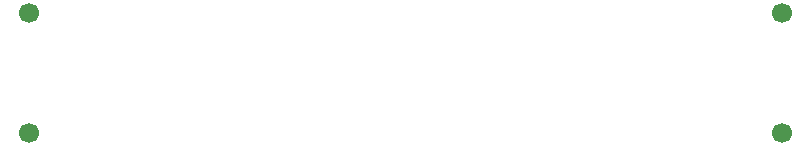
<source format=gbr>
%TF.GenerationSoftware,KiCad,Pcbnew,(7.0.0-0)*%
%TF.CreationDate,2023-04-04T23:19:51-05:00*%
%TF.ProjectId,1x3_breadboard_plate,3178335f-6272-4656-9164-626f6172645f,rev?*%
%TF.SameCoordinates,Original*%
%TF.FileFunction,Soldermask,Bot*%
%TF.FilePolarity,Negative*%
%FSLAX46Y46*%
G04 Gerber Fmt 4.6, Leading zero omitted, Abs format (unit mm)*
G04 Created by KiCad (PCBNEW (7.0.0-0)) date 2023-04-04 23:19:51*
%MOMM*%
%LPD*%
G01*
G04 APERTURE LIST*
%ADD10C,1.700000*%
G04 APERTURE END LIST*
D10*
%TO.C,H1*%
X100235000Y-100330000D03*
%TD*%
%TO.C,H2*%
X100235000Y-110490000D03*
%TD*%
%TO.C,H3*%
X163925000Y-100330000D03*
%TD*%
%TO.C,H4*%
X163925000Y-110490000D03*
%TD*%
M02*

</source>
